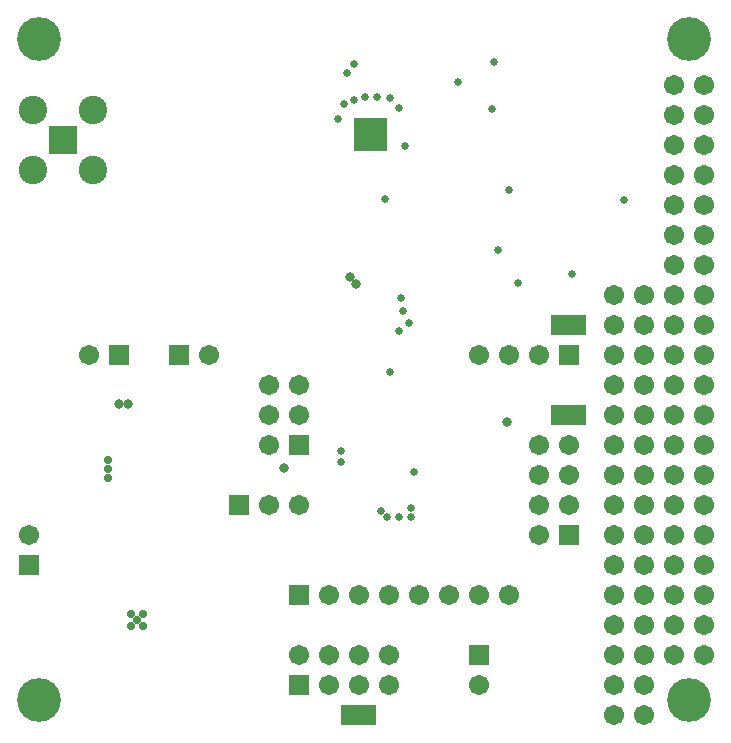
<source format=gbs>
G04*
G04 #@! TF.GenerationSoftware,Altium Limited,Altium Designer,20.1.11 (218)*
G04*
G04 Layer_Color=16711935*
%FSLAX25Y25*%
%MOIN*%
G70*
G04*
G04 #@! TF.SameCoordinates,CF1E9CB3-0BC2-4E6C-9A0D-545EBE8527ED*
G04*
G04*
G04 #@! TF.FilePolarity,Negative*
G04*
G01*
G75*
%ADD46R,0.06706X0.06706*%
%ADD47C,0.06706*%
%ADD48R,0.06706X0.06706*%
%ADD49R,0.09461X0.09461*%
%ADD50C,0.09461*%
%ADD51C,0.02572*%
%ADD52C,0.02769*%
%ADD53C,0.03300*%
%ADD54C,0.14580*%
%ADD55C,0.03162*%
%ADD102R,0.03950X0.07099*%
G36*
X269500Y388000D02*
X258500D01*
Y399000D01*
X269500D01*
Y388000D01*
D02*
G37*
D46*
X220000Y270000D02*
D03*
X240000Y210000D02*
D03*
Y240000D02*
D03*
X180000Y320000D02*
D03*
X200000D02*
D03*
X330000D02*
D03*
D47*
X230000Y270000D02*
D03*
X240000D02*
D03*
X300000Y210000D02*
D03*
X230000Y290000D02*
D03*
X240000Y300000D02*
D03*
X230000D02*
D03*
X240000Y310000D02*
D03*
X230000D02*
D03*
X375000Y220000D02*
D03*
X365000D02*
D03*
X375000Y230000D02*
D03*
X365000D02*
D03*
X375000Y240000D02*
D03*
X365000D02*
D03*
X375000Y250000D02*
D03*
X365000D02*
D03*
X375000Y260000D02*
D03*
X365000D02*
D03*
X375000Y270000D02*
D03*
X365000D02*
D03*
X375000Y280000D02*
D03*
X365000D02*
D03*
X375000Y290000D02*
D03*
X365000D02*
D03*
X375000Y300000D02*
D03*
X365000D02*
D03*
X375000Y310000D02*
D03*
X365000D02*
D03*
X375000Y320000D02*
D03*
X365000D02*
D03*
X375000Y330000D02*
D03*
X365000D02*
D03*
X375000Y340000D02*
D03*
X365000D02*
D03*
X375000Y350000D02*
D03*
X365000D02*
D03*
X375000Y360000D02*
D03*
X365000D02*
D03*
X375000Y370000D02*
D03*
X365000D02*
D03*
X375000Y380000D02*
D03*
X365000D02*
D03*
X375000Y390000D02*
D03*
X365000D02*
D03*
X375000Y400000D02*
D03*
X365000D02*
D03*
X375000Y410000D02*
D03*
X365000D02*
D03*
X345000Y340000D02*
D03*
X355000D02*
D03*
X345000Y330000D02*
D03*
X355000D02*
D03*
X345000Y320000D02*
D03*
X355000D02*
D03*
X345000Y310000D02*
D03*
X355000D02*
D03*
X345000Y300000D02*
D03*
X355000D02*
D03*
X345000Y290000D02*
D03*
X355000D02*
D03*
X345000Y280000D02*
D03*
X355000D02*
D03*
X345000Y270000D02*
D03*
X355000D02*
D03*
X345000Y260000D02*
D03*
X355000D02*
D03*
X345000Y250000D02*
D03*
X355000D02*
D03*
X345000Y240000D02*
D03*
X355000D02*
D03*
X345000Y230000D02*
D03*
X355000D02*
D03*
X345000Y220000D02*
D03*
X355000D02*
D03*
X345000Y210000D02*
D03*
X355000D02*
D03*
X345000Y200000D02*
D03*
X355000D02*
D03*
X150000Y260000D02*
D03*
X240000Y220000D02*
D03*
X250000Y210000D02*
D03*
Y220000D02*
D03*
X260000Y210000D02*
D03*
Y220000D02*
D03*
X270000Y210000D02*
D03*
Y220000D02*
D03*
X320000Y260000D02*
D03*
X330000Y270000D02*
D03*
X320000D02*
D03*
X330000Y280000D02*
D03*
X320000D02*
D03*
X330000Y290000D02*
D03*
X320000D02*
D03*
X310000Y240000D02*
D03*
X300000D02*
D03*
X290000D02*
D03*
X280000D02*
D03*
X270000D02*
D03*
X260000D02*
D03*
X250000D02*
D03*
X170000Y320000D02*
D03*
X210000D02*
D03*
X320000D02*
D03*
X310000D02*
D03*
X300000D02*
D03*
D48*
Y220000D02*
D03*
X240000Y290000D02*
D03*
X150000Y250000D02*
D03*
X330000Y260000D02*
D03*
D49*
X161500Y391500D02*
D03*
D50*
X171539Y381461D02*
D03*
Y401539D02*
D03*
X151461D02*
D03*
Y381461D02*
D03*
D51*
X270484Y314308D02*
D03*
X313000Y344000D02*
D03*
X348500Y371500D02*
D03*
X310000Y375000D02*
D03*
X305000Y417500D02*
D03*
X304500Y402000D02*
D03*
X276619Y330705D02*
D03*
X273500Y328000D02*
D03*
X274812Y334671D02*
D03*
X274000Y339000D02*
D03*
X275500Y389500D02*
D03*
X273364Y402349D02*
D03*
X268903Y371903D02*
D03*
X254984Y403463D02*
D03*
X253000Y398500D02*
D03*
X258463Y404959D02*
D03*
X262097Y406029D02*
D03*
X254000Y287968D02*
D03*
X293000Y411000D02*
D03*
X266000Y406000D02*
D03*
X258500Y417000D02*
D03*
X256000Y414000D02*
D03*
X331000Y347000D02*
D03*
X306500Y355000D02*
D03*
X270500Y405500D02*
D03*
X267500Y268000D02*
D03*
X277500Y269000D02*
D03*
X269500Y266000D02*
D03*
X277563D02*
D03*
X254181Y284181D02*
D03*
X278343Y280842D02*
D03*
X273500Y266000D02*
D03*
D52*
X260000Y394900D02*
D03*
X262700D02*
D03*
X265400D02*
D03*
X268000D02*
D03*
X260000Y392400D02*
D03*
X262700D02*
D03*
X265400D02*
D03*
X268000D02*
D03*
X260000Y389600D02*
D03*
X262700D02*
D03*
X265400D02*
D03*
X268000D02*
D03*
Y397500D02*
D03*
X265400D02*
D03*
X262700D02*
D03*
X260000D02*
D03*
X176376Y281937D02*
D03*
Y284890D02*
D03*
Y278984D02*
D03*
X186012Y231516D02*
D03*
X187980Y229547D02*
D03*
Y233484D02*
D03*
X184043D02*
D03*
Y229547D02*
D03*
D53*
X257000Y346000D02*
D03*
X259000Y343500D02*
D03*
D54*
X370079Y425197D02*
D03*
Y204724D02*
D03*
X153543D02*
D03*
Y425197D02*
D03*
D55*
X180000Y303500D02*
D03*
X235000Y282175D02*
D03*
X183000Y303500D02*
D03*
X309453Y297547D02*
D03*
D102*
X333799Y330000D02*
D03*
X326200D02*
D03*
X330000D02*
D03*
Y300000D02*
D03*
X326200D02*
D03*
X333799D02*
D03*
X260000Y200000D02*
D03*
X263800D02*
D03*
X256201D02*
D03*
M02*

</source>
